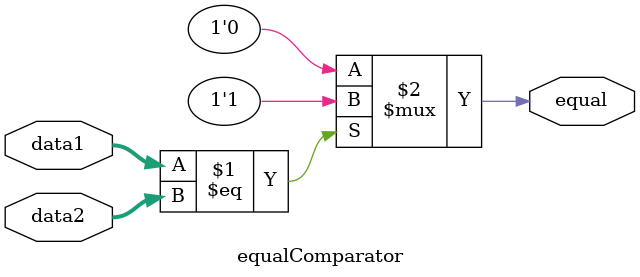
<source format=v>
module equalComparator
(
    data1,
    data2,
    equal
);

    parameter n = 32;

    input [n-1:0] data1, data2;
    output equal;

    assign equal = (data1 == data2) ? 1'b1 : 1'b0;

endmodule

</source>
